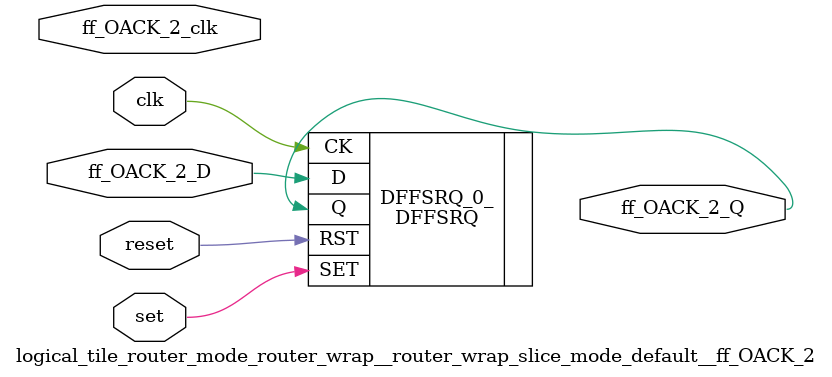
<source format=v>
`default_nettype none

module logical_tile_router_mode_router_wrap__router_wrap_slice_mode_default__ff_OACK_2(set,
                                                                                       reset,
                                                                                       clk,
                                                                                       ff_OACK_2_D,
                                                                                       ff_OACK_2_Q,
                                                                                       ff_OACK_2_clk);
//----- GLOBAL PORTS -----
input [0:0] set;
//----- GLOBAL PORTS -----
input [0:0] reset;
//----- GLOBAL PORTS -----
input [0:0] clk;
//----- INPUT PORTS -----
input [0:0] ff_OACK_2_D;
//----- OUTPUT PORTS -----
output [0:0] ff_OACK_2_Q;
//----- CLOCK PORTS -----
input [0:0] ff_OACK_2_clk;

//----- BEGIN wire-connection ports -----
wire [0:0] ff_OACK_2_D;
wire [0:0] ff_OACK_2_Q;
wire [0:0] ff_OACK_2_clk;
//----- END wire-connection ports -----


//----- BEGIN Registered ports -----
//----- END Registered ports -----



// ----- BEGIN Local short connections -----
// ----- END Local short connections -----
// ----- BEGIN Local output short connections -----
// ----- END Local output short connections -----

	DFFSRQ DFFSRQ_0_ (
		.SET(set),
		.RST(reset),
		.CK(clk),
		.D(ff_OACK_2_D),
		.Q(ff_OACK_2_Q));

endmodule
// ----- END Verilog module for logical_tile_router_mode_router_wrap__router_wrap_slice_mode_default__ff_OACK_2 -----

//----- Default net type -----
`default_nettype wire




</source>
